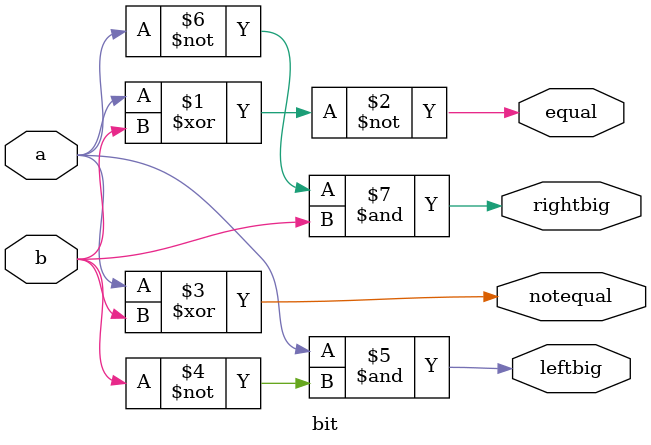
<source format=v>
`timescale 1ns / 1ps

module bit(
  input a, b,
  output equal, notequal, leftbig, rightbig
  );

assign equal = ~(a^b);
assign notequal = a^b;
assign leftbig = a&(~b);
assign rightbig = (~a)&b;

endmodule

</source>
